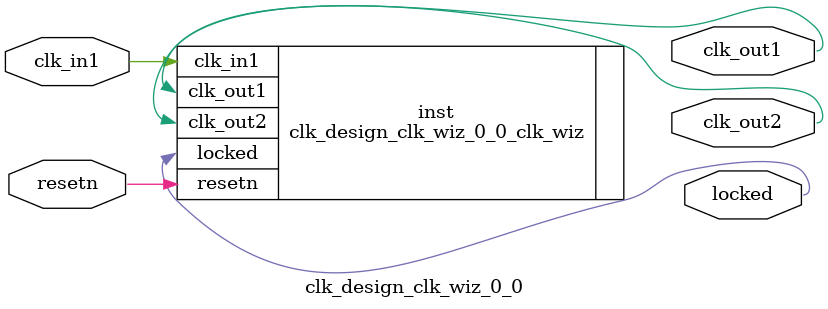
<source format=v>


`timescale 1ps/1ps

(* CORE_GENERATION_INFO = "clk_design_clk_wiz_0_0,clk_wiz_v6_0_0_0,{component_name=clk_design_clk_wiz_0_0,use_phase_alignment=true,use_min_o_jitter=false,use_max_i_jitter=false,use_dyn_phase_shift=false,use_inclk_switchover=false,use_dyn_reconfig=false,enable_axi=0,feedback_source=FDBK_AUTO,PRIMITIVE=MMCM,num_out_clk=2,clkin1_period=8.000,clkin2_period=10.000,use_power_down=false,use_reset=true,use_locked=true,use_inclk_stopped=false,feedback_type=SINGLE,CLOCK_MGR_TYPE=NA,manual_override=false}" *)

module clk_design_clk_wiz_0_0 
 (
  // Clock out ports
  output        clk_out1,
  output        clk_out2,
  // Status and control signals
  input         resetn,
  output        locked,
 // Clock in ports
  input         clk_in1
 );

  clk_design_clk_wiz_0_0_clk_wiz inst
  (
  // Clock out ports  
  .clk_out1(clk_out1),
  .clk_out2(clk_out2),
  // Status and control signals               
  .resetn(resetn), 
  .locked(locked),
 // Clock in ports
  .clk_in1(clk_in1)
  );

endmodule

</source>
